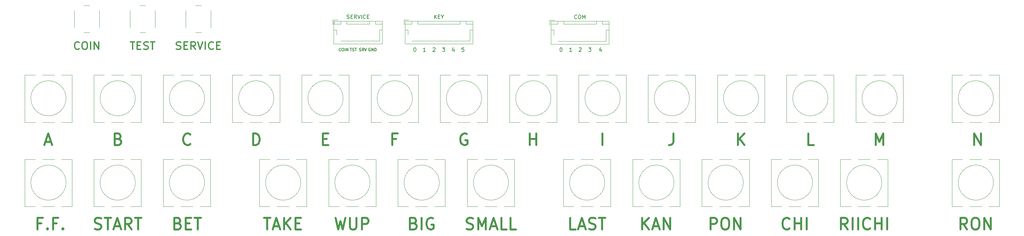
<source format=gbr>
%TF.GenerationSoftware,KiCad,Pcbnew,(6.0.8)*%
%TF.CreationDate,2022-12-29T19:13:16+02:00*%
%TF.ProjectId,mahjong_control_panel_with_service,6d61686a-6f6e-4675-9f63-6f6e74726f6c,rev?*%
%TF.SameCoordinates,Original*%
%TF.FileFunction,Legend,Top*%
%TF.FilePolarity,Positive*%
%FSLAX46Y46*%
G04 Gerber Fmt 4.6, Leading zero omitted, Abs format (unit mm)*
G04 Created by KiCad (PCBNEW (6.0.8)) date 2022-12-29 19:13:16*
%MOMM*%
%LPD*%
G01*
G04 APERTURE LIST*
%ADD10C,0.150000*%
%ADD11C,0.500000*%
%ADD12C,0.330000*%
%ADD13C,0.120000*%
G04 APERTURE END LIST*
D10*
X110339285Y-36303571D02*
X110446428Y-36339285D01*
X110625000Y-36339285D01*
X110696428Y-36303571D01*
X110732142Y-36267857D01*
X110767857Y-36196428D01*
X110767857Y-36125000D01*
X110732142Y-36053571D01*
X110696428Y-36017857D01*
X110625000Y-35982142D01*
X110482142Y-35946428D01*
X110410714Y-35910714D01*
X110375000Y-35875000D01*
X110339285Y-35803571D01*
X110339285Y-35732142D01*
X110375000Y-35660714D01*
X110410714Y-35625000D01*
X110482142Y-35589285D01*
X110660714Y-35589285D01*
X110767857Y-35625000D01*
X111517857Y-36339285D02*
X111267857Y-35982142D01*
X111089285Y-36339285D02*
X111089285Y-35589285D01*
X111375000Y-35589285D01*
X111446428Y-35625000D01*
X111482142Y-35660714D01*
X111517857Y-35732142D01*
X111517857Y-35839285D01*
X111482142Y-35910714D01*
X111446428Y-35946428D01*
X111375000Y-35982142D01*
X111089285Y-35982142D01*
X111732142Y-35589285D02*
X111982142Y-36339285D01*
X112232142Y-35589285D01*
X134940476Y-35785714D02*
X134940476Y-36452380D01*
X134702380Y-35404761D02*
X134464285Y-36119047D01*
X135083333Y-36119047D01*
X127535714Y-36452380D02*
X126964285Y-36452380D01*
X127250000Y-36452380D02*
X127250000Y-35452380D01*
X127154761Y-35595238D01*
X127059523Y-35690476D01*
X126964285Y-35738095D01*
X165535714Y-36452380D02*
X164964285Y-36452380D01*
X165250000Y-36452380D02*
X165250000Y-35452380D01*
X165154761Y-35595238D01*
X165059523Y-35690476D01*
X164964285Y-35738095D01*
X167464285Y-35547619D02*
X167511904Y-35500000D01*
X167607142Y-35452380D01*
X167845238Y-35452380D01*
X167940476Y-35500000D01*
X167988095Y-35547619D01*
X168035714Y-35642857D01*
X168035714Y-35738095D01*
X167988095Y-35880952D01*
X167416666Y-36452380D01*
X168035714Y-36452380D01*
X137488095Y-35452380D02*
X137011904Y-35452380D01*
X136964285Y-35928571D01*
X137011904Y-35880952D01*
X137107142Y-35833333D01*
X137345238Y-35833333D01*
X137440476Y-35880952D01*
X137488095Y-35928571D01*
X137535714Y-36023809D01*
X137535714Y-36261904D01*
X137488095Y-36357142D01*
X137440476Y-36404761D01*
X137345238Y-36452380D01*
X137107142Y-36452380D01*
X137011904Y-36404761D01*
X136964285Y-36357142D01*
X113178571Y-35625000D02*
X113107142Y-35589285D01*
X113000000Y-35589285D01*
X112892857Y-35625000D01*
X112821428Y-35696428D01*
X112785714Y-35767857D01*
X112750000Y-35910714D01*
X112750000Y-36017857D01*
X112785714Y-36160714D01*
X112821428Y-36232142D01*
X112892857Y-36303571D01*
X113000000Y-36339285D01*
X113071428Y-36339285D01*
X113178571Y-36303571D01*
X113214285Y-36267857D01*
X113214285Y-36017857D01*
X113071428Y-36017857D01*
X113535714Y-36339285D02*
X113535714Y-35589285D01*
X113964285Y-36339285D01*
X113964285Y-35589285D01*
X114321428Y-36339285D02*
X114321428Y-35589285D01*
X114500000Y-35589285D01*
X114607142Y-35625000D01*
X114678571Y-35696428D01*
X114714285Y-35767857D01*
X114750000Y-35910714D01*
X114750000Y-36017857D01*
X114714285Y-36160714D01*
X114678571Y-36232142D01*
X114607142Y-36303571D01*
X114500000Y-36339285D01*
X114321428Y-36339285D01*
X169916666Y-35452380D02*
X170535714Y-35452380D01*
X170202380Y-35833333D01*
X170345238Y-35833333D01*
X170440476Y-35880952D01*
X170488095Y-35928571D01*
X170535714Y-36023809D01*
X170535714Y-36261904D01*
X170488095Y-36357142D01*
X170440476Y-36404761D01*
X170345238Y-36452380D01*
X170059523Y-36452380D01*
X169964285Y-36404761D01*
X169916666Y-36357142D01*
X131916666Y-35452380D02*
X132535714Y-35452380D01*
X132202380Y-35833333D01*
X132345238Y-35833333D01*
X132440476Y-35880952D01*
X132488095Y-35928571D01*
X132535714Y-36023809D01*
X132535714Y-36261904D01*
X132488095Y-36357142D01*
X132440476Y-36404761D01*
X132345238Y-36452380D01*
X132059523Y-36452380D01*
X131964285Y-36404761D01*
X131916666Y-36357142D01*
X107892857Y-35589285D02*
X108321428Y-35589285D01*
X108107142Y-36339285D02*
X108107142Y-35589285D01*
X108535714Y-36303571D02*
X108642857Y-36339285D01*
X108821428Y-36339285D01*
X108892857Y-36303571D01*
X108928571Y-36267857D01*
X108964285Y-36196428D01*
X108964285Y-36125000D01*
X108928571Y-36053571D01*
X108892857Y-36017857D01*
X108821428Y-35982142D01*
X108678571Y-35946428D01*
X108607142Y-35910714D01*
X108571428Y-35875000D01*
X108535714Y-35803571D01*
X108535714Y-35732142D01*
X108571428Y-35660714D01*
X108607142Y-35625000D01*
X108678571Y-35589285D01*
X108857142Y-35589285D01*
X108964285Y-35625000D01*
X109178571Y-35589285D02*
X109607142Y-35589285D01*
X109392857Y-36339285D02*
X109392857Y-35589285D01*
X162702380Y-35452380D02*
X162797619Y-35452380D01*
X162892857Y-35500000D01*
X162940476Y-35547619D01*
X162988095Y-35642857D01*
X163035714Y-35833333D01*
X163035714Y-36071428D01*
X162988095Y-36261904D01*
X162940476Y-36357142D01*
X162892857Y-36404761D01*
X162797619Y-36452380D01*
X162702380Y-36452380D01*
X162607142Y-36404761D01*
X162559523Y-36357142D01*
X162511904Y-36261904D01*
X162464285Y-36071428D01*
X162464285Y-35833333D01*
X162511904Y-35642857D01*
X162559523Y-35547619D01*
X162607142Y-35500000D01*
X162702380Y-35452380D01*
X124702380Y-35452380D02*
X124797619Y-35452380D01*
X124892857Y-35500000D01*
X124940476Y-35547619D01*
X124988095Y-35642857D01*
X125035714Y-35833333D01*
X125035714Y-36071428D01*
X124988095Y-36261904D01*
X124940476Y-36357142D01*
X124892857Y-36404761D01*
X124797619Y-36452380D01*
X124702380Y-36452380D01*
X124607142Y-36404761D01*
X124559523Y-36357142D01*
X124511904Y-36261904D01*
X124464285Y-36071428D01*
X124464285Y-35833333D01*
X124511904Y-35642857D01*
X124559523Y-35547619D01*
X124607142Y-35500000D01*
X124702380Y-35452380D01*
X173190476Y-35785714D02*
X173190476Y-36452380D01*
X172952380Y-35404761D02*
X172714285Y-36119047D01*
X173333333Y-36119047D01*
X105517857Y-36267857D02*
X105482142Y-36303571D01*
X105375000Y-36339285D01*
X105303571Y-36339285D01*
X105196428Y-36303571D01*
X105125000Y-36232142D01*
X105089285Y-36160714D01*
X105053571Y-36017857D01*
X105053571Y-35910714D01*
X105089285Y-35767857D01*
X105125000Y-35696428D01*
X105196428Y-35625000D01*
X105303571Y-35589285D01*
X105375000Y-35589285D01*
X105482142Y-35625000D01*
X105517857Y-35660714D01*
X105982142Y-35589285D02*
X106125000Y-35589285D01*
X106196428Y-35625000D01*
X106267857Y-35696428D01*
X106303571Y-35839285D01*
X106303571Y-36089285D01*
X106267857Y-36232142D01*
X106196428Y-36303571D01*
X106125000Y-36339285D01*
X105982142Y-36339285D01*
X105910714Y-36303571D01*
X105839285Y-36232142D01*
X105803571Y-36089285D01*
X105803571Y-35839285D01*
X105839285Y-35696428D01*
X105910714Y-35625000D01*
X105982142Y-35589285D01*
X106625000Y-36339285D02*
X106625000Y-35589285D01*
X106982142Y-36339285D02*
X106982142Y-35589285D01*
X107410714Y-36339285D01*
X107410714Y-35589285D01*
X129464285Y-35547619D02*
X129511904Y-35500000D01*
X129607142Y-35452380D01*
X129845238Y-35452380D01*
X129940476Y-35500000D01*
X129988095Y-35547619D01*
X130035714Y-35642857D01*
X130035714Y-35738095D01*
X129988095Y-35880952D01*
X129416666Y-36452380D01*
X130035714Y-36452380D01*
D11*
%TO.C,H*%
X154642857Y-60857142D02*
X154642857Y-57857142D01*
X154642857Y-59285714D02*
X156357142Y-59285714D01*
X156357142Y-60857142D02*
X156357142Y-57857142D01*
%TO.C,C*%
X66428571Y-60571428D02*
X66285714Y-60714285D01*
X65857142Y-60857142D01*
X65571428Y-60857142D01*
X65142857Y-60714285D01*
X64857142Y-60428571D01*
X64714285Y-60142857D01*
X64571428Y-59571428D01*
X64571428Y-59142857D01*
X64714285Y-58571428D01*
X64857142Y-58285714D01*
X65142857Y-58000000D01*
X65571428Y-57857142D01*
X65857142Y-57857142D01*
X66285714Y-58000000D01*
X66428571Y-58142857D01*
%TO.C,I*%
X173500000Y-60857142D02*
X173500000Y-57857142D01*
%TO.C,RIICHI*%
X237214285Y-82857142D02*
X236214285Y-81428571D01*
X235500000Y-82857142D02*
X235500000Y-79857142D01*
X236642857Y-79857142D01*
X236928571Y-80000000D01*
X237071428Y-80142857D01*
X237214285Y-80428571D01*
X237214285Y-80857142D01*
X237071428Y-81142857D01*
X236928571Y-81285714D01*
X236642857Y-81428571D01*
X235500000Y-81428571D01*
X238500000Y-82857142D02*
X238500000Y-79857142D01*
X239928571Y-82857142D02*
X239928571Y-79857142D01*
X243071428Y-82571428D02*
X242928571Y-82714285D01*
X242500000Y-82857142D01*
X242214285Y-82857142D01*
X241785714Y-82714285D01*
X241500000Y-82428571D01*
X241357142Y-82142857D01*
X241214285Y-81571428D01*
X241214285Y-81142857D01*
X241357142Y-80571428D01*
X241500000Y-80285714D01*
X241785714Y-80000000D01*
X242214285Y-79857142D01*
X242500000Y-79857142D01*
X242928571Y-80000000D01*
X243071428Y-80142857D01*
X244357142Y-82857142D02*
X244357142Y-79857142D01*
X244357142Y-81285714D02*
X246071428Y-81285714D01*
X246071428Y-82857142D02*
X246071428Y-79857142D01*
X247500000Y-82857142D02*
X247500000Y-79857142D01*
%TO.C,RON*%
X268285714Y-82857142D02*
X267285714Y-81428571D01*
X266571428Y-82857142D02*
X266571428Y-79857142D01*
X267714285Y-79857142D01*
X268000000Y-80000000D01*
X268142857Y-80142857D01*
X268285714Y-80428571D01*
X268285714Y-80857142D01*
X268142857Y-81142857D01*
X268000000Y-81285714D01*
X267714285Y-81428571D01*
X266571428Y-81428571D01*
X270142857Y-79857142D02*
X270714285Y-79857142D01*
X271000000Y-80000000D01*
X271285714Y-80285714D01*
X271428571Y-80857142D01*
X271428571Y-81857142D01*
X271285714Y-82428571D01*
X271000000Y-82714285D01*
X270714285Y-82857142D01*
X270142857Y-82857142D01*
X269857142Y-82714285D01*
X269571428Y-82428571D01*
X269428571Y-81857142D01*
X269428571Y-80857142D01*
X269571428Y-80285714D01*
X269857142Y-80000000D01*
X270142857Y-79857142D01*
X272714285Y-82857142D02*
X272714285Y-79857142D01*
X274428571Y-82857142D01*
X274428571Y-79857142D01*
%TO.C,KAN*%
X183857142Y-82857142D02*
X183857142Y-79857142D01*
X185571428Y-82857142D02*
X184285714Y-81142857D01*
X185571428Y-79857142D02*
X183857142Y-81571428D01*
X186714285Y-82000000D02*
X188142857Y-82000000D01*
X186428571Y-82857142D02*
X187428571Y-79857142D01*
X188428571Y-82857142D01*
X189428571Y-82857142D02*
X189428571Y-79857142D01*
X191142857Y-82857142D01*
X191142857Y-79857142D01*
%TO.C,LAST*%
X166571428Y-82857142D02*
X165142857Y-82857142D01*
X165142857Y-79857142D01*
X167428571Y-82000000D02*
X168857142Y-82000000D01*
X167142857Y-82857142D02*
X168142857Y-79857142D01*
X169142857Y-82857142D01*
X170000000Y-82714285D02*
X170428571Y-82857142D01*
X171142857Y-82857142D01*
X171428571Y-82714285D01*
X171571428Y-82571428D01*
X171714285Y-82285714D01*
X171714285Y-82000000D01*
X171571428Y-81714285D01*
X171428571Y-81571428D01*
X171142857Y-81428571D01*
X170571428Y-81285714D01*
X170285714Y-81142857D01*
X170142857Y-81000000D01*
X170000000Y-80714285D01*
X170000000Y-80428571D01*
X170142857Y-80142857D01*
X170285714Y-80000000D01*
X170571428Y-79857142D01*
X171285714Y-79857142D01*
X171714285Y-80000000D01*
X172571428Y-79857142D02*
X174285714Y-79857142D01*
X173428571Y-82857142D02*
X173428571Y-79857142D01*
%TO.C,D*%
X82714285Y-60857142D02*
X82714285Y-57857142D01*
X83428571Y-57857142D01*
X83857142Y-58000000D01*
X84142857Y-58285714D01*
X84285714Y-58571428D01*
X84428571Y-59142857D01*
X84428571Y-59571428D01*
X84285714Y-60142857D01*
X84142857Y-60428571D01*
X83857142Y-60714285D01*
X83428571Y-60857142D01*
X82714285Y-60857142D01*
D12*
%TO.C,TEST*%
X50809523Y-33904761D02*
X51952380Y-33904761D01*
X51380952Y-35904761D02*
X51380952Y-33904761D01*
X52619047Y-34857142D02*
X53285714Y-34857142D01*
X53571428Y-35904761D02*
X52619047Y-35904761D01*
X52619047Y-33904761D01*
X53571428Y-33904761D01*
X54333333Y-35809523D02*
X54619047Y-35904761D01*
X55095238Y-35904761D01*
X55285714Y-35809523D01*
X55380952Y-35714285D01*
X55476190Y-35523809D01*
X55476190Y-35333333D01*
X55380952Y-35142857D01*
X55285714Y-35047619D01*
X55095238Y-34952380D01*
X54714285Y-34857142D01*
X54523809Y-34761904D01*
X54428571Y-34666666D01*
X54333333Y-34476190D01*
X54333333Y-34285714D01*
X54428571Y-34095238D01*
X54523809Y-34000000D01*
X54714285Y-33904761D01*
X55190476Y-33904761D01*
X55476190Y-34000000D01*
X56047619Y-33904761D02*
X57190476Y-33904761D01*
X56619047Y-35904761D02*
X56619047Y-33904761D01*
D11*
%TO.C,K*%
X208714285Y-60857142D02*
X208714285Y-57857142D01*
X210428571Y-60857142D02*
X209142857Y-59142857D01*
X210428571Y-57857142D02*
X208714285Y-59571428D01*
%TO.C,PON*%
X201571428Y-82857142D02*
X201571428Y-79857142D01*
X202714285Y-79857142D01*
X203000000Y-80000000D01*
X203142857Y-80142857D01*
X203285714Y-80428571D01*
X203285714Y-80857142D01*
X203142857Y-81142857D01*
X203000000Y-81285714D01*
X202714285Y-81428571D01*
X201571428Y-81428571D01*
X205142857Y-79857142D02*
X205714285Y-79857142D01*
X206000000Y-80000000D01*
X206285714Y-80285714D01*
X206428571Y-80857142D01*
X206428571Y-81857142D01*
X206285714Y-82428571D01*
X206000000Y-82714285D01*
X205714285Y-82857142D01*
X205142857Y-82857142D01*
X204857142Y-82714285D01*
X204571428Y-82428571D01*
X204428571Y-81857142D01*
X204428571Y-80857142D01*
X204571428Y-80285714D01*
X204857142Y-80000000D01*
X205142857Y-79857142D01*
X207714285Y-82857142D02*
X207714285Y-79857142D01*
X209428571Y-82857142D01*
X209428571Y-79857142D01*
%TO.C,BIG*%
X124500000Y-81285714D02*
X124928571Y-81428571D01*
X125071428Y-81571428D01*
X125214285Y-81857142D01*
X125214285Y-82285714D01*
X125071428Y-82571428D01*
X124928571Y-82714285D01*
X124642857Y-82857142D01*
X123500000Y-82857142D01*
X123500000Y-79857142D01*
X124500000Y-79857142D01*
X124785714Y-80000000D01*
X124928571Y-80142857D01*
X125071428Y-80428571D01*
X125071428Y-80714285D01*
X124928571Y-81000000D01*
X124785714Y-81142857D01*
X124500000Y-81285714D01*
X123500000Y-81285714D01*
X126500000Y-82857142D02*
X126500000Y-79857142D01*
X129500000Y-80000000D02*
X129214285Y-79857142D01*
X128785714Y-79857142D01*
X128357142Y-80000000D01*
X128071428Y-80285714D01*
X127928571Y-80571428D01*
X127785714Y-81142857D01*
X127785714Y-81571428D01*
X127928571Y-82142857D01*
X128071428Y-82428571D01*
X128357142Y-82714285D01*
X128785714Y-82857142D01*
X129071428Y-82857142D01*
X129500000Y-82714285D01*
X129642857Y-82571428D01*
X129642857Y-81571428D01*
X129071428Y-81571428D01*
%TO.C,N*%
X270142857Y-60857142D02*
X270142857Y-57857142D01*
X271857142Y-60857142D01*
X271857142Y-57857142D01*
%TO.C,F*%
X119928571Y-59285714D02*
X118928571Y-59285714D01*
X118928571Y-60857142D02*
X118928571Y-57857142D01*
X120357142Y-57857142D01*
%TO.C,TAKE*%
X85500000Y-79857142D02*
X87214285Y-79857142D01*
X86357142Y-82857142D02*
X86357142Y-79857142D01*
X88071428Y-82000000D02*
X89500000Y-82000000D01*
X87785714Y-82857142D02*
X88785714Y-79857142D01*
X89785714Y-82857142D01*
X90785714Y-82857142D02*
X90785714Y-79857142D01*
X92500000Y-82857142D02*
X91214285Y-81142857D01*
X92500000Y-79857142D02*
X90785714Y-81571428D01*
X93785714Y-81285714D02*
X94785714Y-81285714D01*
X95214285Y-82857142D02*
X93785714Y-82857142D01*
X93785714Y-79857142D01*
X95214285Y-79857142D01*
D10*
%TO.C,SERVICE*%
X107142857Y-27829761D02*
X107285714Y-27877380D01*
X107523809Y-27877380D01*
X107619047Y-27829761D01*
X107666666Y-27782142D01*
X107714285Y-27686904D01*
X107714285Y-27591666D01*
X107666666Y-27496428D01*
X107619047Y-27448809D01*
X107523809Y-27401190D01*
X107333333Y-27353571D01*
X107238095Y-27305952D01*
X107190476Y-27258333D01*
X107142857Y-27163095D01*
X107142857Y-27067857D01*
X107190476Y-26972619D01*
X107238095Y-26925000D01*
X107333333Y-26877380D01*
X107571428Y-26877380D01*
X107714285Y-26925000D01*
X108142857Y-27353571D02*
X108476190Y-27353571D01*
X108619047Y-27877380D02*
X108142857Y-27877380D01*
X108142857Y-26877380D01*
X108619047Y-26877380D01*
X109619047Y-27877380D02*
X109285714Y-27401190D01*
X109047619Y-27877380D02*
X109047619Y-26877380D01*
X109428571Y-26877380D01*
X109523809Y-26925000D01*
X109571428Y-26972619D01*
X109619047Y-27067857D01*
X109619047Y-27210714D01*
X109571428Y-27305952D01*
X109523809Y-27353571D01*
X109428571Y-27401190D01*
X109047619Y-27401190D01*
X109904761Y-26877380D02*
X110238095Y-27877380D01*
X110571428Y-26877380D01*
X110904761Y-27877380D02*
X110904761Y-26877380D01*
X111952380Y-27782142D02*
X111904761Y-27829761D01*
X111761904Y-27877380D01*
X111666666Y-27877380D01*
X111523809Y-27829761D01*
X111428571Y-27734523D01*
X111380952Y-27639285D01*
X111333333Y-27448809D01*
X111333333Y-27305952D01*
X111380952Y-27115476D01*
X111428571Y-27020238D01*
X111523809Y-26925000D01*
X111666666Y-26877380D01*
X111761904Y-26877380D01*
X111904761Y-26925000D01*
X111952380Y-26972619D01*
X112380952Y-27353571D02*
X112714285Y-27353571D01*
X112857142Y-27877380D02*
X112380952Y-27877380D01*
X112380952Y-26877380D01*
X112857142Y-26877380D01*
D11*
%TO.C,G*%
X138285714Y-58000000D02*
X138000000Y-57857142D01*
X137571428Y-57857142D01*
X137142857Y-58000000D01*
X136857142Y-58285714D01*
X136714285Y-58571428D01*
X136571428Y-59142857D01*
X136571428Y-59571428D01*
X136714285Y-60142857D01*
X136857142Y-60428571D01*
X137142857Y-60714285D01*
X137571428Y-60857142D01*
X137857142Y-60857142D01*
X138285714Y-60714285D01*
X138428571Y-60571428D01*
X138428571Y-59571428D01*
X137857142Y-59571428D01*
%TO.C,BET*%
X63214285Y-81285714D02*
X63642857Y-81428571D01*
X63785714Y-81571428D01*
X63928571Y-81857142D01*
X63928571Y-82285714D01*
X63785714Y-82571428D01*
X63642857Y-82714285D01*
X63357142Y-82857142D01*
X62214285Y-82857142D01*
X62214285Y-79857142D01*
X63214285Y-79857142D01*
X63500000Y-80000000D01*
X63642857Y-80142857D01*
X63785714Y-80428571D01*
X63785714Y-80714285D01*
X63642857Y-81000000D01*
X63500000Y-81142857D01*
X63214285Y-81285714D01*
X62214285Y-81285714D01*
X65214285Y-81285714D02*
X66214285Y-81285714D01*
X66642857Y-82857142D02*
X65214285Y-82857142D01*
X65214285Y-79857142D01*
X66642857Y-79857142D01*
X67500000Y-79857142D02*
X69214285Y-79857142D01*
X68357142Y-82857142D02*
X68357142Y-79857142D01*
D10*
%TO.C,KEY*%
X129857142Y-27877380D02*
X129857142Y-26877380D01*
X130428571Y-27877380D02*
X130000000Y-27305952D01*
X130428571Y-26877380D02*
X129857142Y-27448809D01*
X130857142Y-27353571D02*
X131190476Y-27353571D01*
X131333333Y-27877380D02*
X130857142Y-27877380D01*
X130857142Y-26877380D01*
X131333333Y-26877380D01*
X131952380Y-27401190D02*
X131952380Y-27877380D01*
X131619047Y-26877380D02*
X131952380Y-27401190D01*
X132285714Y-26877380D01*
D11*
%TO.C,F.F.*%
X27714285Y-81285714D02*
X26714285Y-81285714D01*
X26714285Y-82857142D02*
X26714285Y-79857142D01*
X28142857Y-79857142D01*
X29285714Y-82571428D02*
X29428571Y-82714285D01*
X29285714Y-82857142D01*
X29142857Y-82714285D01*
X29285714Y-82571428D01*
X29285714Y-82857142D01*
X31714285Y-81285714D02*
X30714285Y-81285714D01*
X30714285Y-82857142D02*
X30714285Y-79857142D01*
X32142857Y-79857142D01*
X33285714Y-82571428D02*
X33428571Y-82714285D01*
X33285714Y-82857142D01*
X33142857Y-82714285D01*
X33285714Y-82571428D01*
X33285714Y-82857142D01*
%TO.C,WUP*%
X104142857Y-79857142D02*
X104857142Y-82857142D01*
X105428571Y-80714285D01*
X106000000Y-82857142D01*
X106714285Y-79857142D01*
X107857142Y-79857142D02*
X107857142Y-82285714D01*
X108000000Y-82571428D01*
X108142857Y-82714285D01*
X108428571Y-82857142D01*
X109000000Y-82857142D01*
X109285714Y-82714285D01*
X109428571Y-82571428D01*
X109571428Y-82285714D01*
X109571428Y-79857142D01*
X111000000Y-82857142D02*
X111000000Y-79857142D01*
X112142857Y-79857142D01*
X112428571Y-80000000D01*
X112571428Y-80142857D01*
X112714285Y-80428571D01*
X112714285Y-80857142D01*
X112571428Y-81142857D01*
X112428571Y-81285714D01*
X112142857Y-81428571D01*
X111000000Y-81428571D01*
%TO.C,START*%
X41571428Y-82714285D02*
X42000000Y-82857142D01*
X42714285Y-82857142D01*
X43000000Y-82714285D01*
X43142857Y-82571428D01*
X43285714Y-82285714D01*
X43285714Y-82000000D01*
X43142857Y-81714285D01*
X43000000Y-81571428D01*
X42714285Y-81428571D01*
X42142857Y-81285714D01*
X41857142Y-81142857D01*
X41714285Y-81000000D01*
X41571428Y-80714285D01*
X41571428Y-80428571D01*
X41714285Y-80142857D01*
X41857142Y-80000000D01*
X42142857Y-79857142D01*
X42857142Y-79857142D01*
X43285714Y-80000000D01*
X44142857Y-79857142D02*
X45857142Y-79857142D01*
X45000000Y-82857142D02*
X45000000Y-79857142D01*
X46714285Y-82000000D02*
X48142857Y-82000000D01*
X46428571Y-82857142D02*
X47428571Y-79857142D01*
X48428571Y-82857142D01*
X51142857Y-82857142D02*
X50142857Y-81428571D01*
X49428571Y-82857142D02*
X49428571Y-79857142D01*
X50571428Y-79857142D01*
X50857142Y-80000000D01*
X51000000Y-80142857D01*
X51142857Y-80428571D01*
X51142857Y-80857142D01*
X51000000Y-81142857D01*
X50857142Y-81285714D01*
X50571428Y-81428571D01*
X49428571Y-81428571D01*
X52000000Y-79857142D02*
X53714285Y-79857142D01*
X52857142Y-82857142D02*
X52857142Y-79857142D01*
%TO.C,M*%
X244500000Y-60857142D02*
X244500000Y-57857142D01*
X245500000Y-60000000D01*
X246500000Y-57857142D01*
X246500000Y-60857142D01*
D12*
%TO.C,COIN*%
X37547619Y-35714285D02*
X37452380Y-35809523D01*
X37166666Y-35904761D01*
X36976190Y-35904761D01*
X36690476Y-35809523D01*
X36500000Y-35619047D01*
X36404761Y-35428571D01*
X36309523Y-35047619D01*
X36309523Y-34761904D01*
X36404761Y-34380952D01*
X36500000Y-34190476D01*
X36690476Y-34000000D01*
X36976190Y-33904761D01*
X37166666Y-33904761D01*
X37452380Y-34000000D01*
X37547619Y-34095238D01*
X38785714Y-33904761D02*
X39166666Y-33904761D01*
X39357142Y-34000000D01*
X39547619Y-34190476D01*
X39642857Y-34571428D01*
X39642857Y-35238095D01*
X39547619Y-35619047D01*
X39357142Y-35809523D01*
X39166666Y-35904761D01*
X38785714Y-35904761D01*
X38595238Y-35809523D01*
X38404761Y-35619047D01*
X38309523Y-35238095D01*
X38309523Y-34571428D01*
X38404761Y-34190476D01*
X38595238Y-34000000D01*
X38785714Y-33904761D01*
X40500000Y-35904761D02*
X40500000Y-33904761D01*
X41452380Y-35904761D02*
X41452380Y-33904761D01*
X42595238Y-35904761D01*
X42595238Y-33904761D01*
D11*
%TO.C,L*%
X228428571Y-60857142D02*
X227000000Y-60857142D01*
X227000000Y-57857142D01*
%TO.C,CHI*%
X222142857Y-82571428D02*
X222000000Y-82714285D01*
X221571428Y-82857142D01*
X221285714Y-82857142D01*
X220857142Y-82714285D01*
X220571428Y-82428571D01*
X220428571Y-82142857D01*
X220285714Y-81571428D01*
X220285714Y-81142857D01*
X220428571Y-80571428D01*
X220571428Y-80285714D01*
X220857142Y-80000000D01*
X221285714Y-79857142D01*
X221571428Y-79857142D01*
X222000000Y-80000000D01*
X222142857Y-80142857D01*
X223428571Y-82857142D02*
X223428571Y-79857142D01*
X223428571Y-81285714D02*
X225142857Y-81285714D01*
X225142857Y-82857142D02*
X225142857Y-79857142D01*
X226571428Y-82857142D02*
X226571428Y-79857142D01*
D12*
%TO.C,SERVICE*%
X62785714Y-35809523D02*
X63071428Y-35904761D01*
X63547619Y-35904761D01*
X63738095Y-35809523D01*
X63833333Y-35714285D01*
X63928571Y-35523809D01*
X63928571Y-35333333D01*
X63833333Y-35142857D01*
X63738095Y-35047619D01*
X63547619Y-34952380D01*
X63166666Y-34857142D01*
X62976190Y-34761904D01*
X62880952Y-34666666D01*
X62785714Y-34476190D01*
X62785714Y-34285714D01*
X62880952Y-34095238D01*
X62976190Y-34000000D01*
X63166666Y-33904761D01*
X63642857Y-33904761D01*
X63928571Y-34000000D01*
X64785714Y-34857142D02*
X65452380Y-34857142D01*
X65738095Y-35904761D02*
X64785714Y-35904761D01*
X64785714Y-33904761D01*
X65738095Y-33904761D01*
X67738095Y-35904761D02*
X67071428Y-34952380D01*
X66595238Y-35904761D02*
X66595238Y-33904761D01*
X67357142Y-33904761D01*
X67547619Y-34000000D01*
X67642857Y-34095238D01*
X67738095Y-34285714D01*
X67738095Y-34571428D01*
X67642857Y-34761904D01*
X67547619Y-34857142D01*
X67357142Y-34952380D01*
X66595238Y-34952380D01*
X68309523Y-33904761D02*
X68976190Y-35904761D01*
X69642857Y-33904761D01*
X70309523Y-35904761D02*
X70309523Y-33904761D01*
X72404761Y-35714285D02*
X72309523Y-35809523D01*
X72023809Y-35904761D01*
X71833333Y-35904761D01*
X71547619Y-35809523D01*
X71357142Y-35619047D01*
X71261904Y-35428571D01*
X71166666Y-35047619D01*
X71166666Y-34761904D01*
X71261904Y-34380952D01*
X71357142Y-34190476D01*
X71547619Y-34000000D01*
X71833333Y-33904761D01*
X72023809Y-33904761D01*
X72309523Y-34000000D01*
X72404761Y-34095238D01*
X73261904Y-34857142D02*
X73928571Y-34857142D01*
X74214285Y-35904761D02*
X73261904Y-35904761D01*
X73261904Y-33904761D01*
X74214285Y-33904761D01*
D11*
%TO.C,B*%
X47714285Y-59285714D02*
X48142857Y-59428571D01*
X48285714Y-59571428D01*
X48428571Y-59857142D01*
X48428571Y-60285714D01*
X48285714Y-60571428D01*
X48142857Y-60714285D01*
X47857142Y-60857142D01*
X46714285Y-60857142D01*
X46714285Y-57857142D01*
X47714285Y-57857142D01*
X48000000Y-58000000D01*
X48142857Y-58142857D01*
X48285714Y-58428571D01*
X48285714Y-58714285D01*
X48142857Y-59000000D01*
X48000000Y-59142857D01*
X47714285Y-59285714D01*
X46714285Y-59285714D01*
%TO.C,A*%
X28785714Y-60000000D02*
X30214285Y-60000000D01*
X28500000Y-60857142D02*
X29500000Y-57857142D01*
X30500000Y-60857142D01*
D10*
%TO.C,COM*%
X166864285Y-27807142D02*
X166816666Y-27854761D01*
X166673809Y-27902380D01*
X166578571Y-27902380D01*
X166435714Y-27854761D01*
X166340476Y-27759523D01*
X166292857Y-27664285D01*
X166245238Y-27473809D01*
X166245238Y-27330952D01*
X166292857Y-27140476D01*
X166340476Y-27045238D01*
X166435714Y-26950000D01*
X166578571Y-26902380D01*
X166673809Y-26902380D01*
X166816666Y-26950000D01*
X166864285Y-26997619D01*
X167483333Y-26902380D02*
X167673809Y-26902380D01*
X167769047Y-26950000D01*
X167864285Y-27045238D01*
X167911904Y-27235714D01*
X167911904Y-27569047D01*
X167864285Y-27759523D01*
X167769047Y-27854761D01*
X167673809Y-27902380D01*
X167483333Y-27902380D01*
X167388095Y-27854761D01*
X167292857Y-27759523D01*
X167245238Y-27569047D01*
X167245238Y-27235714D01*
X167292857Y-27045238D01*
X167388095Y-26950000D01*
X167483333Y-26902380D01*
X168340476Y-27902380D02*
X168340476Y-26902380D01*
X168673809Y-27616666D01*
X169007142Y-26902380D01*
X169007142Y-27902380D01*
D11*
%TO.C,E*%
X100857142Y-59285714D02*
X101857142Y-59285714D01*
X102285714Y-60857142D02*
X100857142Y-60857142D01*
X100857142Y-57857142D01*
X102285714Y-57857142D01*
%TO.C,SMALL*%
X138214285Y-82714285D02*
X138642857Y-82857142D01*
X139357142Y-82857142D01*
X139642857Y-82714285D01*
X139785714Y-82571428D01*
X139928571Y-82285714D01*
X139928571Y-82000000D01*
X139785714Y-81714285D01*
X139642857Y-81571428D01*
X139357142Y-81428571D01*
X138785714Y-81285714D01*
X138500000Y-81142857D01*
X138357142Y-81000000D01*
X138214285Y-80714285D01*
X138214285Y-80428571D01*
X138357142Y-80142857D01*
X138500000Y-80000000D01*
X138785714Y-79857142D01*
X139500000Y-79857142D01*
X139928571Y-80000000D01*
X141214285Y-82857142D02*
X141214285Y-79857142D01*
X142214285Y-82000000D01*
X143214285Y-79857142D01*
X143214285Y-82857142D01*
X144500000Y-82000000D02*
X145928571Y-82000000D01*
X144214285Y-82857142D02*
X145214285Y-79857142D01*
X146214285Y-82857142D01*
X148642857Y-82857142D02*
X147214285Y-82857142D01*
X147214285Y-79857142D01*
X151071428Y-82857142D02*
X149642857Y-82857142D01*
X149642857Y-79857142D01*
%TO.C,J*%
X191928571Y-57857142D02*
X191928571Y-60000000D01*
X191785714Y-60428571D01*
X191500000Y-60714285D01*
X191071428Y-60857142D01*
X190785714Y-60857142D01*
D13*
%TO.C,H*%
X161650000Y-54900000D02*
X158930000Y-54900000D01*
X149350000Y-42600000D02*
X152070000Y-42600000D01*
X153930000Y-42600000D02*
X157070000Y-42600000D01*
X149350000Y-54900000D02*
X149350000Y-42600000D01*
X158930000Y-42600000D02*
X161650000Y-42600000D01*
X157070000Y-54900000D02*
X153930000Y-54900000D01*
X161650000Y-42600000D02*
X161650000Y-54900000D01*
X152070000Y-54900000D02*
X149350000Y-54900000D01*
X160119050Y-48650000D02*
G75*
G03*
X160119050Y-48650000I-4579050J0D01*
G01*
%TO.C,C*%
X71650000Y-54900000D02*
X68930000Y-54900000D01*
X67070000Y-54900000D02*
X63930000Y-54900000D01*
X68930000Y-42600000D02*
X71650000Y-42600000D01*
X71650000Y-42600000D02*
X71650000Y-54900000D01*
X59350000Y-42600000D02*
X62070000Y-42600000D01*
X59350000Y-54900000D02*
X59350000Y-42600000D01*
X63930000Y-42600000D02*
X67070000Y-42600000D01*
X62070000Y-54900000D02*
X59350000Y-54900000D01*
X70119050Y-48650000D02*
G75*
G03*
X70119050Y-48650000I-4579050J0D01*
G01*
%TO.C,I*%
X179650000Y-42600000D02*
X179650000Y-54900000D01*
X171930000Y-42600000D02*
X175070000Y-42600000D01*
X167350000Y-42600000D02*
X170070000Y-42600000D01*
X175070000Y-54900000D02*
X171930000Y-54900000D01*
X179650000Y-54900000D02*
X176930000Y-54900000D01*
X167350000Y-54900000D02*
X167350000Y-42600000D01*
X176930000Y-42600000D02*
X179650000Y-42600000D01*
X170070000Y-54900000D02*
X167350000Y-54900000D01*
X178119050Y-48650000D02*
G75*
G03*
X178119050Y-48650000I-4579050J0D01*
G01*
%TO.C,RIICHI*%
X235350000Y-76900000D02*
X235350000Y-64600000D01*
X235350000Y-64600000D02*
X238070000Y-64600000D01*
X247650000Y-76900000D02*
X244930000Y-76900000D01*
X238070000Y-76900000D02*
X235350000Y-76900000D01*
X243070000Y-76900000D02*
X239930000Y-76900000D01*
X239930000Y-64600000D02*
X243070000Y-64600000D01*
X244930000Y-64600000D02*
X247650000Y-64600000D01*
X247650000Y-64600000D02*
X247650000Y-76900000D01*
X246119050Y-70650000D02*
G75*
G03*
X246119050Y-70650000I-4579050J0D01*
G01*
%TO.C,RON*%
X268930000Y-64600000D02*
X272070000Y-64600000D01*
X276650000Y-64600000D02*
X276650000Y-76900000D01*
X273930000Y-64600000D02*
X276650000Y-64600000D01*
X264350000Y-64600000D02*
X267070000Y-64600000D01*
X267070000Y-76900000D02*
X264350000Y-76900000D01*
X264350000Y-76900000D02*
X264350000Y-64600000D01*
X276650000Y-76900000D02*
X273930000Y-76900000D01*
X272070000Y-76900000D02*
X268930000Y-76900000D01*
X275119050Y-70650000D02*
G75*
G03*
X275119050Y-70650000I-4579050J0D01*
G01*
%TO.C,KAN*%
X190930000Y-64600000D02*
X193650000Y-64600000D01*
X189070000Y-76900000D02*
X185930000Y-76900000D01*
X184070000Y-76900000D02*
X181350000Y-76900000D01*
X185930000Y-64600000D02*
X189070000Y-64600000D01*
X181350000Y-64600000D02*
X184070000Y-64600000D01*
X193650000Y-76900000D02*
X190930000Y-76900000D01*
X193650000Y-64600000D02*
X193650000Y-76900000D01*
X181350000Y-76900000D02*
X181350000Y-64600000D01*
X192119050Y-70650000D02*
G75*
G03*
X192119050Y-70650000I-4579050J0D01*
G01*
%TO.C,LAST*%
X163350000Y-76900000D02*
X163350000Y-64600000D01*
X175650000Y-64600000D02*
X175650000Y-76900000D01*
X163350000Y-64600000D02*
X166070000Y-64600000D01*
X172930000Y-64600000D02*
X175650000Y-64600000D01*
X167930000Y-64600000D02*
X171070000Y-64600000D01*
X166070000Y-76900000D02*
X163350000Y-76900000D01*
X175650000Y-76900000D02*
X172930000Y-76900000D01*
X171070000Y-76900000D02*
X167930000Y-76900000D01*
X174119050Y-70650000D02*
G75*
G03*
X174119050Y-70650000I-4579050J0D01*
G01*
%TO.C,D*%
X89650000Y-54900000D02*
X86930000Y-54900000D01*
X77350000Y-54900000D02*
X77350000Y-42600000D01*
X86930000Y-42600000D02*
X89650000Y-42600000D01*
X85070000Y-54900000D02*
X81930000Y-54900000D01*
X80070000Y-54900000D02*
X77350000Y-54900000D01*
X89650000Y-42600000D02*
X89650000Y-54900000D01*
X81930000Y-42600000D02*
X85070000Y-42600000D01*
X77350000Y-42600000D02*
X80070000Y-42600000D01*
X88119050Y-48650000D02*
G75*
G03*
X88119050Y-48650000I-4579050J0D01*
G01*
%TO.C,TEST*%
X54750000Y-24500000D02*
X53250000Y-24500000D01*
X57250000Y-30250000D02*
X57250000Y-25750000D01*
X50750000Y-25750000D02*
X50750000Y-30250000D01*
X53250000Y-31500000D02*
X54750000Y-31500000D01*
%TO.C,K*%
X215650000Y-42600000D02*
X215650000Y-54900000D01*
X207930000Y-42600000D02*
X211070000Y-42600000D01*
X203350000Y-54900000D02*
X203350000Y-42600000D01*
X211070000Y-54900000D02*
X207930000Y-54900000D01*
X203350000Y-42600000D02*
X206070000Y-42600000D01*
X206070000Y-54900000D02*
X203350000Y-54900000D01*
X215650000Y-54900000D02*
X212930000Y-54900000D01*
X212930000Y-42600000D02*
X215650000Y-42600000D01*
X214119050Y-48650000D02*
G75*
G03*
X214119050Y-48650000I-4579050J0D01*
G01*
%TO.C,PON*%
X211650000Y-64600000D02*
X211650000Y-76900000D01*
X207070000Y-76900000D02*
X203930000Y-76900000D01*
X203930000Y-64600000D02*
X207070000Y-64600000D01*
X208930000Y-64600000D02*
X211650000Y-64600000D01*
X202070000Y-76900000D02*
X199350000Y-76900000D01*
X199350000Y-76900000D02*
X199350000Y-64600000D01*
X199350000Y-64600000D02*
X202070000Y-64600000D01*
X211650000Y-76900000D02*
X208930000Y-76900000D01*
X210119050Y-70650000D02*
G75*
G03*
X210119050Y-70650000I-4579050J0D01*
G01*
%TO.C,BIG*%
X132650000Y-76900000D02*
X129930000Y-76900000D01*
X120350000Y-76900000D02*
X120350000Y-64600000D01*
X129930000Y-64600000D02*
X132650000Y-64600000D01*
X120350000Y-64600000D02*
X123070000Y-64600000D01*
X124930000Y-64600000D02*
X128070000Y-64600000D01*
X123070000Y-76900000D02*
X120350000Y-76900000D01*
X132650000Y-64600000D02*
X132650000Y-76900000D01*
X128070000Y-76900000D02*
X124930000Y-76900000D01*
X131119050Y-70650000D02*
G75*
G03*
X131119050Y-70650000I-4579050J0D01*
G01*
%TO.C,N*%
X264350000Y-54900000D02*
X264350000Y-42600000D01*
X276650000Y-54900000D02*
X273930000Y-54900000D01*
X264350000Y-42600000D02*
X267070000Y-42600000D01*
X267070000Y-54900000D02*
X264350000Y-54900000D01*
X268930000Y-42600000D02*
X272070000Y-42600000D01*
X276650000Y-42600000D02*
X276650000Y-54900000D01*
X273930000Y-42600000D02*
X276650000Y-42600000D01*
X272070000Y-54900000D02*
X268930000Y-54900000D01*
X275119050Y-48650000D02*
G75*
G03*
X275119050Y-48650000I-4579050J0D01*
G01*
%TO.C,F*%
X113350000Y-42600000D02*
X116070000Y-42600000D01*
X125650000Y-54900000D02*
X122930000Y-54900000D01*
X117930000Y-42600000D02*
X121070000Y-42600000D01*
X121070000Y-54900000D02*
X117930000Y-54900000D01*
X116070000Y-54900000D02*
X113350000Y-54900000D01*
X125650000Y-42600000D02*
X125650000Y-54900000D01*
X122930000Y-42600000D02*
X125650000Y-42600000D01*
X113350000Y-54900000D02*
X113350000Y-42600000D01*
X124119050Y-48650000D02*
G75*
G03*
X124119050Y-48650000I-4579050J0D01*
G01*
%TO.C,TAKE*%
X96650000Y-64600000D02*
X96650000Y-76900000D01*
X87070000Y-76900000D02*
X84350000Y-76900000D01*
X84350000Y-76900000D02*
X84350000Y-64600000D01*
X92070000Y-76900000D02*
X88930000Y-76900000D01*
X88930000Y-64600000D02*
X92070000Y-64600000D01*
X84350000Y-64600000D02*
X87070000Y-64600000D01*
X96650000Y-76900000D02*
X93930000Y-76900000D01*
X93930000Y-64600000D02*
X96650000Y-64600000D01*
X95119050Y-70650000D02*
G75*
G03*
X95119050Y-70650000I-4579050J0D01*
G01*
%TO.C,SERVICE*%
X116310000Y-34485000D02*
X116310000Y-28515000D01*
X103700000Y-28525000D02*
X103700000Y-29275000D01*
X116300000Y-30775000D02*
X115550000Y-30775000D01*
X115550000Y-33725000D02*
X110000000Y-33725000D01*
X104650000Y-28225000D02*
X103400000Y-28225000D01*
X114500000Y-29275000D02*
X116300000Y-29275000D01*
X115550000Y-30775000D02*
X115550000Y-33725000D01*
X116300000Y-28525000D02*
X114500000Y-28525000D01*
X116300000Y-29275000D02*
X116300000Y-28525000D01*
X113000000Y-29275000D02*
X113000000Y-28525000D01*
X103700000Y-30775000D02*
X104450000Y-30775000D01*
X105500000Y-29275000D02*
X105500000Y-28525000D01*
X114500000Y-28525000D02*
X114500000Y-29275000D01*
X105500000Y-28525000D02*
X103700000Y-28525000D01*
X103700000Y-29275000D02*
X105500000Y-29275000D01*
X107000000Y-29275000D02*
X113000000Y-29275000D01*
X103690000Y-34485000D02*
X116310000Y-34485000D01*
X107000000Y-28525000D02*
X107000000Y-29275000D01*
X116310000Y-28515000D02*
X103690000Y-28515000D01*
X103400000Y-28225000D02*
X103400000Y-29475000D01*
X104450000Y-30775000D02*
X104450000Y-32115000D01*
X113000000Y-28525000D02*
X107000000Y-28525000D01*
X103690000Y-28515000D02*
X103690000Y-34485000D01*
X110000000Y-33725000D02*
X105510000Y-33725000D01*
%TO.C,G*%
X140930000Y-42600000D02*
X143650000Y-42600000D01*
X131350000Y-54900000D02*
X131350000Y-42600000D01*
X139070000Y-54900000D02*
X135930000Y-54900000D01*
X143650000Y-42600000D02*
X143650000Y-54900000D01*
X143650000Y-54900000D02*
X140930000Y-54900000D01*
X134070000Y-54900000D02*
X131350000Y-54900000D01*
X131350000Y-42600000D02*
X134070000Y-42600000D01*
X135930000Y-42600000D02*
X139070000Y-42600000D01*
X142119050Y-48650000D02*
G75*
G03*
X142119050Y-48650000I-4579050J0D01*
G01*
%TO.C,BET*%
X67070000Y-76900000D02*
X63930000Y-76900000D01*
X59350000Y-76900000D02*
X59350000Y-64600000D01*
X63930000Y-64600000D02*
X67070000Y-64600000D01*
X68930000Y-64600000D02*
X71650000Y-64600000D01*
X59350000Y-64600000D02*
X62070000Y-64600000D01*
X71650000Y-76900000D02*
X68930000Y-76900000D01*
X71650000Y-64600000D02*
X71650000Y-76900000D01*
X62070000Y-76900000D02*
X59350000Y-76900000D01*
X70119050Y-70650000D02*
G75*
G03*
X70119050Y-70650000I-4579050J0D01*
G01*
%TO.C,KEY*%
X139810000Y-28515000D02*
X122190000Y-28515000D01*
X139050000Y-33725000D02*
X131000000Y-33725000D01*
X123150000Y-28225000D02*
X121900000Y-28225000D01*
X124000000Y-29275000D02*
X124000000Y-28525000D01*
X122200000Y-29275000D02*
X124000000Y-29275000D01*
X124000000Y-28525000D02*
X122200000Y-28525000D01*
X125500000Y-28525000D02*
X125500000Y-29275000D01*
X136500000Y-28525000D02*
X125500000Y-28525000D01*
X122190000Y-34485000D02*
X139810000Y-34485000D01*
X138000000Y-29275000D02*
X139800000Y-29275000D01*
X125500000Y-29275000D02*
X136500000Y-29275000D01*
X122950000Y-30775000D02*
X122950000Y-32115000D01*
X131000000Y-33725000D02*
X124010000Y-33725000D01*
X138000000Y-28525000D02*
X138000000Y-29275000D01*
X122190000Y-28515000D02*
X122190000Y-34485000D01*
X139810000Y-34485000D02*
X139810000Y-28515000D01*
X139800000Y-30775000D02*
X139050000Y-30775000D01*
X136500000Y-29275000D02*
X136500000Y-28525000D01*
X139050000Y-30775000D02*
X139050000Y-33725000D01*
X121900000Y-28225000D02*
X121900000Y-29475000D01*
X122200000Y-30775000D02*
X122950000Y-30775000D01*
X139800000Y-28525000D02*
X138000000Y-28525000D01*
X122200000Y-28525000D02*
X122200000Y-29275000D01*
X139800000Y-29275000D02*
X139800000Y-28525000D01*
%TO.C,F.F.*%
X32930000Y-64600000D02*
X35650000Y-64600000D01*
X35650000Y-76900000D02*
X32930000Y-76900000D01*
X23350000Y-64600000D02*
X26070000Y-64600000D01*
X27930000Y-64600000D02*
X31070000Y-64600000D01*
X31070000Y-76900000D02*
X27930000Y-76900000D01*
X23350000Y-76900000D02*
X23350000Y-64600000D01*
X35650000Y-64600000D02*
X35650000Y-76900000D01*
X26070000Y-76900000D02*
X23350000Y-76900000D01*
X34119050Y-70650000D02*
G75*
G03*
X34119050Y-70650000I-4579050J0D01*
G01*
%TO.C,WUP*%
X110070000Y-76900000D02*
X106930000Y-76900000D01*
X114650000Y-76900000D02*
X111930000Y-76900000D01*
X105070000Y-76900000D02*
X102350000Y-76900000D01*
X102350000Y-76900000D02*
X102350000Y-64600000D01*
X114650000Y-64600000D02*
X114650000Y-76900000D01*
X106930000Y-64600000D02*
X110070000Y-64600000D01*
X102350000Y-64600000D02*
X105070000Y-64600000D01*
X111930000Y-64600000D02*
X114650000Y-64600000D01*
X113119050Y-70650000D02*
G75*
G03*
X113119050Y-70650000I-4579050J0D01*
G01*
%TO.C,START*%
X50930000Y-64600000D02*
X53650000Y-64600000D01*
X41350000Y-64600000D02*
X44070000Y-64600000D01*
X53650000Y-64600000D02*
X53650000Y-76900000D01*
X45930000Y-64600000D02*
X49070000Y-64600000D01*
X53650000Y-76900000D02*
X50930000Y-76900000D01*
X49070000Y-76900000D02*
X45930000Y-76900000D01*
X44070000Y-76900000D02*
X41350000Y-76900000D01*
X41350000Y-76900000D02*
X41350000Y-64600000D01*
X52119050Y-70650000D02*
G75*
G03*
X52119050Y-70650000I-4579050J0D01*
G01*
%TO.C,M*%
X239350000Y-42600000D02*
X242070000Y-42600000D01*
X243930000Y-42600000D02*
X247070000Y-42600000D01*
X247070000Y-54900000D02*
X243930000Y-54900000D01*
X242070000Y-54900000D02*
X239350000Y-54900000D01*
X248930000Y-42600000D02*
X251650000Y-42600000D01*
X251650000Y-54900000D02*
X248930000Y-54900000D01*
X251650000Y-42600000D02*
X251650000Y-54900000D01*
X239350000Y-54900000D02*
X239350000Y-42600000D01*
X250119050Y-48650000D02*
G75*
G03*
X250119050Y-48650000I-4579050J0D01*
G01*
%TO.C,COIN*%
X40250000Y-24500000D02*
X38750000Y-24500000D01*
X36250000Y-25750000D02*
X36250000Y-30250000D01*
X42750000Y-30250000D02*
X42750000Y-25750000D01*
X38750000Y-31500000D02*
X40250000Y-31500000D01*
%TO.C,L*%
X233650000Y-54900000D02*
X230930000Y-54900000D01*
X221350000Y-54900000D02*
X221350000Y-42600000D01*
X224070000Y-54900000D02*
X221350000Y-54900000D01*
X230930000Y-42600000D02*
X233650000Y-42600000D01*
X229070000Y-54900000D02*
X225930000Y-54900000D01*
X221350000Y-42600000D02*
X224070000Y-42600000D01*
X225930000Y-42600000D02*
X229070000Y-42600000D01*
X233650000Y-42600000D02*
X233650000Y-54900000D01*
X232119050Y-48650000D02*
G75*
G03*
X232119050Y-48650000I-4579050J0D01*
G01*
%TO.C,CHI*%
X220070000Y-76900000D02*
X217350000Y-76900000D01*
X229650000Y-64600000D02*
X229650000Y-76900000D01*
X226930000Y-64600000D02*
X229650000Y-64600000D01*
X217350000Y-64600000D02*
X220070000Y-64600000D01*
X221930000Y-64600000D02*
X225070000Y-64600000D01*
X229650000Y-76900000D02*
X226930000Y-76900000D01*
X225070000Y-76900000D02*
X221930000Y-76900000D01*
X217350000Y-76900000D02*
X217350000Y-64600000D01*
X228119050Y-70650000D02*
G75*
G03*
X228119050Y-70650000I-4579050J0D01*
G01*
%TO.C,SERVICE*%
X67750000Y-31500000D02*
X69250000Y-31500000D01*
X69250000Y-24500000D02*
X67750000Y-24500000D01*
X65250000Y-25750000D02*
X65250000Y-30250000D01*
X71750000Y-30250000D02*
X71750000Y-25750000D01*
%TO.C,B*%
X44070000Y-54900000D02*
X41350000Y-54900000D01*
X50930000Y-42600000D02*
X53650000Y-42600000D01*
X45930000Y-42600000D02*
X49070000Y-42600000D01*
X53650000Y-42600000D02*
X53650000Y-54900000D01*
X49070000Y-54900000D02*
X45930000Y-54900000D01*
X53650000Y-54900000D02*
X50930000Y-54900000D01*
X41350000Y-42600000D02*
X44070000Y-42600000D01*
X41350000Y-54900000D02*
X41350000Y-42600000D01*
X52119050Y-48650000D02*
G75*
G03*
X52119050Y-48650000I-4579050J0D01*
G01*
%TO.C,A*%
X26070000Y-54900000D02*
X23350000Y-54900000D01*
X32930000Y-42600000D02*
X35650000Y-42600000D01*
X23350000Y-54900000D02*
X23350000Y-42600000D01*
X27930000Y-42600000D02*
X31070000Y-42600000D01*
X23350000Y-42600000D02*
X26070000Y-42600000D01*
X35650000Y-54900000D02*
X32930000Y-54900000D01*
X31070000Y-54900000D02*
X27930000Y-54900000D01*
X35650000Y-42600000D02*
X35650000Y-54900000D01*
X34119050Y-48650000D02*
G75*
G03*
X34119050Y-48650000I-4579050J0D01*
G01*
%TO.C,COM*%
X174450000Y-30800000D02*
X174450000Y-33750000D01*
X173400000Y-28550000D02*
X173400000Y-29300000D01*
X175200000Y-30800000D02*
X174450000Y-30800000D01*
X175200000Y-28550000D02*
X173400000Y-28550000D01*
X175210000Y-34510000D02*
X175210000Y-28540000D01*
X171900000Y-29300000D02*
X171900000Y-28550000D01*
X161900000Y-28550000D02*
X160100000Y-28550000D01*
X160090000Y-28540000D02*
X160090000Y-34510000D01*
X173400000Y-29300000D02*
X175200000Y-29300000D01*
X160100000Y-28550000D02*
X160100000Y-29300000D01*
X163400000Y-29300000D02*
X171900000Y-29300000D01*
X160100000Y-30800000D02*
X160850000Y-30800000D01*
X161050000Y-28250000D02*
X159800000Y-28250000D01*
X174450000Y-33750000D02*
X167650000Y-33750000D01*
X163400000Y-28550000D02*
X163400000Y-29300000D01*
X160090000Y-34510000D02*
X175210000Y-34510000D01*
X161900000Y-29300000D02*
X161900000Y-28550000D01*
X175200000Y-29300000D02*
X175200000Y-28550000D01*
X159800000Y-28250000D02*
X159800000Y-29500000D01*
X171900000Y-28550000D02*
X163400000Y-28550000D01*
X175210000Y-28540000D02*
X160090000Y-28540000D01*
X160850000Y-30800000D02*
X160850000Y-32140000D01*
X160100000Y-29300000D02*
X161900000Y-29300000D01*
X167650000Y-33750000D02*
X161910000Y-33750000D01*
%TO.C,E*%
X95350000Y-54900000D02*
X95350000Y-42600000D01*
X103070000Y-54900000D02*
X99930000Y-54900000D01*
X104930000Y-42600000D02*
X107650000Y-42600000D01*
X107650000Y-42600000D02*
X107650000Y-54900000D01*
X99930000Y-42600000D02*
X103070000Y-42600000D01*
X95350000Y-42600000D02*
X98070000Y-42600000D01*
X98070000Y-54900000D02*
X95350000Y-54900000D01*
X107650000Y-54900000D02*
X104930000Y-54900000D01*
X106119050Y-48650000D02*
G75*
G03*
X106119050Y-48650000I-4579050J0D01*
G01*
%TO.C,SMALL*%
X138350000Y-64600000D02*
X141070000Y-64600000D01*
X147930000Y-64600000D02*
X150650000Y-64600000D01*
X138350000Y-76900000D02*
X138350000Y-64600000D01*
X150650000Y-64600000D02*
X150650000Y-76900000D01*
X141070000Y-76900000D02*
X138350000Y-76900000D01*
X150650000Y-76900000D02*
X147930000Y-76900000D01*
X142930000Y-64600000D02*
X146070000Y-64600000D01*
X146070000Y-76900000D02*
X142930000Y-76900000D01*
X149119050Y-70650000D02*
G75*
G03*
X149119050Y-70650000I-4579050J0D01*
G01*
%TO.C,J*%
X193070000Y-54900000D02*
X189930000Y-54900000D01*
X188070000Y-54900000D02*
X185350000Y-54900000D01*
X197650000Y-54900000D02*
X194930000Y-54900000D01*
X197650000Y-42600000D02*
X197650000Y-54900000D01*
X185350000Y-42600000D02*
X188070000Y-42600000D01*
X194930000Y-42600000D02*
X197650000Y-42600000D01*
X185350000Y-54900000D02*
X185350000Y-42600000D01*
X189930000Y-42600000D02*
X193070000Y-42600000D01*
X196119050Y-48650000D02*
G75*
G03*
X196119050Y-48650000I-4579050J0D01*
G01*
%TD*%
M02*

</source>
